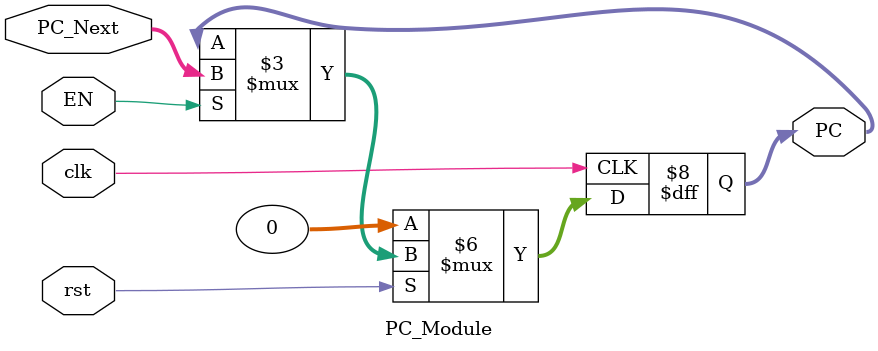
<source format=v>
module PC_Module(input wire clk, rst, EN, input wire [31:0] PC_Next, output reg [31:0] PC);
  always @(posedge clk) begin
    if (!rst)
      PC <= 0;
    else if (EN)
      PC <= PC_Next;
  end
endmodule

</source>
